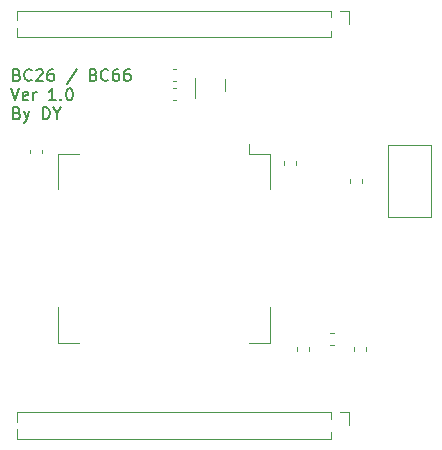
<source format=gbr>
G04 #@! TF.GenerationSoftware,KiCad,Pcbnew,5.99.0-unknown-df3fabf~86~ubuntu18.04.1*
G04 #@! TF.CreationDate,2019-10-25T19:02:02-04:00*
G04 #@! TF.ProjectId,bc26_bc66_module_board,62633236-5f62-4633-9636-5f6d6f64756c,rev?*
G04 #@! TF.SameCoordinates,Original*
G04 #@! TF.FileFunction,Legend,Top*
G04 #@! TF.FilePolarity,Positive*
%FSLAX46Y46*%
G04 Gerber Fmt 4.6, Leading zero omitted, Abs format (unit mm)*
G04 Created by KiCad (PCBNEW 5.99.0-unknown-df3fabf~86~ubuntu18.04.1) date 2019-10-25 19:02:02*
%MOMM*%
%LPD*%
G04 APERTURE LIST*
%ADD10C,0.150000*%
%ADD11C,0.100000*%
%ADD12C,0.120000*%
G04 APERTURE END LIST*
D10*
X73668928Y-77318571D02*
X73811785Y-77366190D01*
X73859404Y-77413809D01*
X73907023Y-77509047D01*
X73907023Y-77651904D01*
X73859404Y-77747142D01*
X73811785Y-77794761D01*
X73716547Y-77842380D01*
X73335595Y-77842380D01*
X73335595Y-76842380D01*
X73668928Y-76842380D01*
X73764166Y-76890000D01*
X73811785Y-76937619D01*
X73859404Y-77032857D01*
X73859404Y-77128095D01*
X73811785Y-77223333D01*
X73764166Y-77270952D01*
X73668928Y-77318571D01*
X73335595Y-77318571D01*
X74907023Y-77747142D02*
X74859404Y-77794761D01*
X74716547Y-77842380D01*
X74621309Y-77842380D01*
X74478452Y-77794761D01*
X74383214Y-77699523D01*
X74335595Y-77604285D01*
X74287976Y-77413809D01*
X74287976Y-77270952D01*
X74335595Y-77080476D01*
X74383214Y-76985238D01*
X74478452Y-76890000D01*
X74621309Y-76842380D01*
X74716547Y-76842380D01*
X74859404Y-76890000D01*
X74907023Y-76937619D01*
X75287976Y-76937619D02*
X75335595Y-76890000D01*
X75430833Y-76842380D01*
X75668928Y-76842380D01*
X75764166Y-76890000D01*
X75811785Y-76937619D01*
X75859404Y-77032857D01*
X75859404Y-77128095D01*
X75811785Y-77270952D01*
X75240357Y-77842380D01*
X75859404Y-77842380D01*
X76716547Y-76842380D02*
X76526071Y-76842380D01*
X76430833Y-76890000D01*
X76383214Y-76937619D01*
X76287976Y-77080476D01*
X76240357Y-77270952D01*
X76240357Y-77651904D01*
X76287976Y-77747142D01*
X76335595Y-77794761D01*
X76430833Y-77842380D01*
X76621309Y-77842380D01*
X76716547Y-77794761D01*
X76764166Y-77747142D01*
X76811785Y-77651904D01*
X76811785Y-77413809D01*
X76764166Y-77318571D01*
X76716547Y-77270952D01*
X76621309Y-77223333D01*
X76430833Y-77223333D01*
X76335595Y-77270952D01*
X76287976Y-77318571D01*
X76240357Y-77413809D01*
X78716547Y-76794761D02*
X77859404Y-78080476D01*
X80145119Y-77318571D02*
X80287976Y-77366190D01*
X80335595Y-77413809D01*
X80383214Y-77509047D01*
X80383214Y-77651904D01*
X80335595Y-77747142D01*
X80287976Y-77794761D01*
X80192738Y-77842380D01*
X79811785Y-77842380D01*
X79811785Y-76842380D01*
X80145119Y-76842380D01*
X80240357Y-76890000D01*
X80287976Y-76937619D01*
X80335595Y-77032857D01*
X80335595Y-77128095D01*
X80287976Y-77223333D01*
X80240357Y-77270952D01*
X80145119Y-77318571D01*
X79811785Y-77318571D01*
X81383214Y-77747142D02*
X81335595Y-77794761D01*
X81192738Y-77842380D01*
X81097500Y-77842380D01*
X80954642Y-77794761D01*
X80859404Y-77699523D01*
X80811785Y-77604285D01*
X80764166Y-77413809D01*
X80764166Y-77270952D01*
X80811785Y-77080476D01*
X80859404Y-76985238D01*
X80954642Y-76890000D01*
X81097500Y-76842380D01*
X81192738Y-76842380D01*
X81335595Y-76890000D01*
X81383214Y-76937619D01*
X82240357Y-76842380D02*
X82049880Y-76842380D01*
X81954642Y-76890000D01*
X81907023Y-76937619D01*
X81811785Y-77080476D01*
X81764166Y-77270952D01*
X81764166Y-77651904D01*
X81811785Y-77747142D01*
X81859404Y-77794761D01*
X81954642Y-77842380D01*
X82145119Y-77842380D01*
X82240357Y-77794761D01*
X82287976Y-77747142D01*
X82335595Y-77651904D01*
X82335595Y-77413809D01*
X82287976Y-77318571D01*
X82240357Y-77270952D01*
X82145119Y-77223333D01*
X81954642Y-77223333D01*
X81859404Y-77270952D01*
X81811785Y-77318571D01*
X81764166Y-77413809D01*
X83192738Y-76842380D02*
X83002261Y-76842380D01*
X82907023Y-76890000D01*
X82859404Y-76937619D01*
X82764166Y-77080476D01*
X82716547Y-77270952D01*
X82716547Y-77651904D01*
X82764166Y-77747142D01*
X82811785Y-77794761D01*
X82907023Y-77842380D01*
X83097500Y-77842380D01*
X83192738Y-77794761D01*
X83240357Y-77747142D01*
X83287976Y-77651904D01*
X83287976Y-77413809D01*
X83240357Y-77318571D01*
X83192738Y-77270952D01*
X83097500Y-77223333D01*
X82907023Y-77223333D01*
X82811785Y-77270952D01*
X82764166Y-77318571D01*
X82716547Y-77413809D01*
X73192738Y-78452380D02*
X73526071Y-79452380D01*
X73859404Y-78452380D01*
X74573690Y-79404761D02*
X74478452Y-79452380D01*
X74287976Y-79452380D01*
X74192738Y-79404761D01*
X74145119Y-79309523D01*
X74145119Y-78928571D01*
X74192738Y-78833333D01*
X74287976Y-78785714D01*
X74478452Y-78785714D01*
X74573690Y-78833333D01*
X74621309Y-78928571D01*
X74621309Y-79023809D01*
X74145119Y-79119047D01*
X75049880Y-79452380D02*
X75049880Y-78785714D01*
X75049880Y-78976190D02*
X75097500Y-78880952D01*
X75145119Y-78833333D01*
X75240357Y-78785714D01*
X75335595Y-78785714D01*
X76954642Y-79452380D02*
X76383214Y-79452380D01*
X76668928Y-79452380D02*
X76668928Y-78452380D01*
X76573690Y-78595238D01*
X76478452Y-78690476D01*
X76383214Y-78738095D01*
X77383214Y-79357142D02*
X77430833Y-79404761D01*
X77383214Y-79452380D01*
X77335595Y-79404761D01*
X77383214Y-79357142D01*
X77383214Y-79452380D01*
X78049880Y-78452380D02*
X78145119Y-78452380D01*
X78240357Y-78500000D01*
X78287976Y-78547619D01*
X78335595Y-78642857D01*
X78383214Y-78833333D01*
X78383214Y-79071428D01*
X78335595Y-79261904D01*
X78287976Y-79357142D01*
X78240357Y-79404761D01*
X78145119Y-79452380D01*
X78049880Y-79452380D01*
X77954642Y-79404761D01*
X77907023Y-79357142D01*
X77859404Y-79261904D01*
X77811785Y-79071428D01*
X77811785Y-78833333D01*
X77859404Y-78642857D01*
X77907023Y-78547619D01*
X77954642Y-78500000D01*
X78049880Y-78452380D01*
X73668928Y-80538571D02*
X73811785Y-80586190D01*
X73859404Y-80633809D01*
X73907023Y-80729047D01*
X73907023Y-80871904D01*
X73859404Y-80967142D01*
X73811785Y-81014761D01*
X73716547Y-81062380D01*
X73335595Y-81062380D01*
X73335595Y-80062380D01*
X73668928Y-80062380D01*
X73764166Y-80110000D01*
X73811785Y-80157619D01*
X73859404Y-80252857D01*
X73859404Y-80348095D01*
X73811785Y-80443333D01*
X73764166Y-80490952D01*
X73668928Y-80538571D01*
X73335595Y-80538571D01*
X74240357Y-80395714D02*
X74478452Y-81062380D01*
X74716547Y-80395714D02*
X74478452Y-81062380D01*
X74383214Y-81300476D01*
X74335595Y-81348095D01*
X74240357Y-81395714D01*
X75859404Y-81062380D02*
X75859404Y-80062380D01*
X76097500Y-80062380D01*
X76240357Y-80110000D01*
X76335595Y-80205238D01*
X76383214Y-80300476D01*
X76430833Y-80490952D01*
X76430833Y-80633809D01*
X76383214Y-80824285D01*
X76335595Y-80919523D01*
X76240357Y-81014761D01*
X76097500Y-81062380D01*
X75859404Y-81062380D01*
X77049880Y-80586190D02*
X77049880Y-81062380D01*
X76716547Y-80062380D02*
X77049880Y-80586190D01*
X77383214Y-80062380D01*
D11*
X91300000Y-77700000D02*
X91300000Y-78700000D01*
D12*
X88700000Y-77600000D02*
X88700000Y-79290000D01*
X87162779Y-76790000D02*
X86837221Y-76790000D01*
X87162779Y-77810000D02*
X86837221Y-77810000D01*
X87162779Y-78390000D02*
X86837221Y-78390000D01*
X87162779Y-79410000D02*
X86837221Y-79410000D01*
X95060000Y-83990000D02*
X95060000Y-86990000D01*
X78890000Y-83990000D02*
X77140000Y-83990000D01*
X77140000Y-83990000D02*
X77140000Y-86990000D01*
X77140000Y-97010000D02*
X77140000Y-100010000D01*
X78890000Y-100010000D02*
X77140000Y-100010000D01*
X95060000Y-97010000D02*
X95060000Y-100010000D01*
X95060000Y-100010000D02*
X93310000Y-100010000D01*
X95060000Y-83990000D02*
X93310000Y-83990000D01*
X93310000Y-83160000D02*
X93310000Y-83990000D01*
X108710000Y-83240000D02*
X108710000Y-89360000D01*
X108710000Y-89360000D02*
X105090000Y-89360000D01*
X105090000Y-89360000D02*
X105090000Y-83240000D01*
X105090000Y-83240000D02*
X108710000Y-83240000D01*
X74790000Y-83962779D02*
X74790000Y-83637221D01*
X75810000Y-83962779D02*
X75810000Y-83637221D01*
X100462779Y-100210000D02*
X100137221Y-100210000D01*
X100462779Y-99190000D02*
X100137221Y-99190000D01*
X73635000Y-105890000D02*
X73635000Y-106692470D01*
X73635000Y-107307530D02*
X73635000Y-108110000D01*
X100240000Y-105890000D02*
X73635000Y-105890000D01*
X100240000Y-108110000D02*
X73635000Y-108110000D01*
X100240000Y-105890000D02*
X100240000Y-106436529D01*
X100240000Y-107563471D02*
X100240000Y-108110000D01*
X101000000Y-105890000D02*
X101760000Y-105890000D01*
X101760000Y-105890000D02*
X101760000Y-107000000D01*
X73635000Y-71890000D02*
X73635000Y-72692470D01*
X73635000Y-73307530D02*
X73635000Y-74110000D01*
X100240000Y-71890000D02*
X73635000Y-71890000D01*
X100240000Y-74110000D02*
X73635000Y-74110000D01*
X100240000Y-71890000D02*
X100240000Y-72436529D01*
X100240000Y-73563471D02*
X100240000Y-74110000D01*
X101000000Y-71890000D02*
X101760000Y-71890000D01*
X101760000Y-71890000D02*
X101760000Y-73000000D01*
X101890000Y-86462779D02*
X101890000Y-86137221D01*
X102910000Y-86462779D02*
X102910000Y-86137221D01*
X103210000Y-100337221D02*
X103210000Y-100662779D01*
X102190000Y-100337221D02*
X102190000Y-100662779D01*
X98410000Y-100337221D02*
X98410000Y-100662779D01*
X97390000Y-100337221D02*
X97390000Y-100662779D01*
X96290000Y-84962779D02*
X96290000Y-84637221D01*
X97310000Y-84962779D02*
X97310000Y-84637221D01*
M02*

</source>
